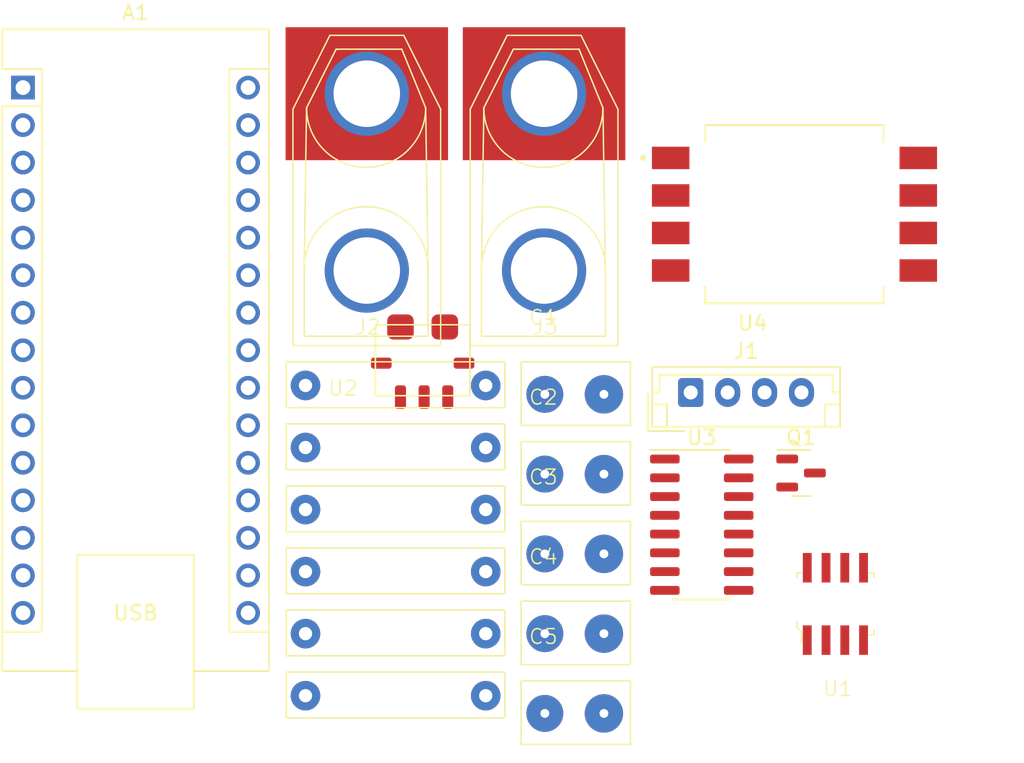
<source format=kicad_pcb>
(kicad_pcb (version 20221018) (generator pcbnew)
  (layers (0 "F.Cu" signal) (31 "B.Cu" signal) (34 "B.Paste" user) (35 "F.Paste" user) (36 "B.SilkS" user "B.Silkscreen") (37 "F.SilkS" user "F.Silkscreen") (38 "B.Mask" user) (39 "F.Mask" user) (44 "Edge.Cuts" user))
  (net 0 "")
  (net 4 "GND")
  (net 19 "Net-(A1-A0)")
  (net 20 "Net-(A1-A1)")
  (net 21 "Net-(A1-A2)")
  (net 25 "Net-(A1-A6)")
  (net 26 "Net-(A1-A7)")
  (net 27 "Net-(A1-+5V)")
  (net 30 "Net-(J1-Pin_4)")
  (net 31 "Net-(U3-VBG)")
  (net 32 "Net-(U3-INA-)")
  (net 33 "Net-(U3-INA+)")
  (net 34 "Net-(U1-+)")
  (net 35 "Net-(J1-Pin_1)")
  (net 36 "Net-(J1-Pin_2)")
  (net 37 "Net-(J2-Pos)")
  (net 38 "Net-(J3-Pos)")
  (net 39 "Net-(Q1-B)")
  (net 40 "Net-(U3-VFB)")
  (footprint "Userlib:Capacitor_4mm_diam_.6mm_pin" (layer "F.Cu") (at 182.99 146.99)
    (fp_text reference "C1" (at -2.1 -5.2 unlocked) (layer "F.SilkS") (effects (font (thickness 0.1))))
    (fp_text value "10u")
    (fp_rect (start -3.6 -2.2) (end 3.8 2.1) (stroke (width 0.1)) (fill none) (layer "F.SilkS"))
    (pad "1" thru_hole circle (at -2 0) (size 2.5 2.5) (drill 0.6) (layers "*.Cu" "*.Mask") (net 30 "Net-(J1-Pin_4)"))
    (pad "2" thru_hole circle (at 2 0) (size 2.6 2.6) (drill 0.6) (layers "*.Cu" "*.Mask") (net 4 "GND"))
  )
  (footprint "Userlib:R_1watt" (layer "F.Cu") (at 169.99 163.19)
    (fp_text reference "R5" hide)
    (fp_text value "20000" hide)
    (fp_rect (start -6.5 -1.6) (end 8.3 1.5) (stroke (width 0.1)) (fill none) (layer "F.SilkS"))
    (pad "1" thru_hole circle (at 7 0) (size 2 2) (drill 0.9) (layers "*.Cu" "*.Mask") (net 30 "Net-(J1-Pin_4)"))
    (pad "2" thru_hole circle (at -5.2 0) (size 2 2) (drill 0.9) (layers "*.Cu" "*.Mask") (net 40 "Net-(U3-VFB)"))
  )
  (footprint "Userlib:R_1watt" (layer "F.Cu") (at 169.99 146.39)
    (fp_text reference "R1" hide)
    (fp_text value "100" hide)
    (fp_rect (start -6.5 -1.6) (end 8.3 1.5) (stroke (width 0.1)) (fill none) (layer "F.SilkS"))
    (pad "1" thru_hole circle (at 7 0) (size 2 2) (drill 0.9) (layers "*.Cu" "*.Mask") (net 36 "Net-(J1-Pin_2)"))
    (pad "2" thru_hole circle (at -5.2 0) (size 2 2) (drill 0.9) (layers "*.Cu" "*.Mask") (net 32 "Net-(U3-INA-)"))
  )
  (footprint "Userlib:R_1watt" (layer "F.Cu") (at 169.99 158.99)
    (fp_text reference "R4" hide)
    (fp_text value "100" hide)
    (fp_rect (start -6.5 -1.6) (end 8.3 1.5) (stroke (width 0.1)) (fill none) (layer "F.SilkS"))
    (pad "1" thru_hole circle (at 7 0) (size 2 2) (drill 0.9) (layers "*.Cu" "*.Mask") (net 35 "Net-(J1-Pin_1)"))
    (pad "2" thru_hole circle (at -5.2 0) (size 2 2) (drill 0.9) (layers "*.Cu" "*.Mask") (net 33 "Net-(U3-INA+)"))
  )
  (footprint "Userlib:Capacitor_4mm_diam_.6mm_pin" (layer "F.Cu") (at 182.99 163.19)
    (fp_text reference "C4" (at -2.1 -5.2 unlocked) (layer "F.SilkS") (effects (font (thickness 0.1))))
    (fp_text value "10n")
    (fp_rect (start -3.6 -2.2) (end 3.8 2.1) (stroke (width 0.1)) (fill none) (layer "F.SilkS"))
    (pad "1" thru_hole circle (at -2 0) (size 2.5 2.5) (drill 0.6) (layers "*.Cu" "*.Mask") (net 34 "Net-(U1-+)"))
    (pad "2" thru_hole circle (at 2 0) (size 2.6 2.6) (drill 0.6) (layers "*.Cu" "*.Mask") (net 4 "GND"))
  )
  (footprint "Userlib:Capacitor_4mm_diam_.6mm_pin" (layer "F.Cu") (at 182.99 168.59)
    (fp_text reference "C5" (at -2.1 -5.2 unlocked) (layer "F.SilkS") (effects (font (thickness 0.1))))
    (fp_text value "10u")
    (fp_rect (start -3.6 -2.2) (end 3.8 2.1) (stroke (width 0.1)) (fill none) (layer "F.SilkS"))
    (pad "1" thru_hole circle (at -2 0) (size 2.5 2.5) (drill 0.6) (layers "*.Cu" "*.Mask") (net 27 "Net-(A1-+5V)"))
    (pad "2" thru_hole circle (at 2 0) (size 2.6 2.6) (drill 0.6) (layers "*.Cu" "*.Mask") (net 4 "GND"))
  )
  (footprint "Userlib:R_1watt" (layer "F.Cu") (at 169.99 154.79)
    (fp_text reference "R3" hide)
    (fp_text value "6000" hide)
    (fp_rect (start -6.5 -1.6) (end 8.3 1.5) (stroke (width 0.1)) (fill none) (layer "F.SilkS"))
    (pad "1" thru_hole circle (at 7 0) (size 2 2) (drill 0.9) (layers "*.Cu" "*.Mask") (net 34 "Net-(U1-+)"))
    (pad "2" thru_hole circle (at -5.2 0) (size 2 2) (drill 0.9) (layers "*.Cu" "*.Mask") (net 4 "GND"))
  )
  (footprint "Userlib:XT90_-F" (layer "F.Cu") (at 181.02 142.93)
    (fp_text reference "J3" (at 0 -0.5 unlocked) (layer "F.SilkS") (effects (font (thickness 0.1))))
    (fp_text value "XT90PW-F")
    (fp_line (start -5.08 -15.24) (end -2.58 -20.24) (stroke (width 0.1)) (layer "F.SilkS"))
    (fp_line (start -5.08 0.76) (end -5.08 -15.24) (stroke (width 0.1)) (layer "F.SilkS"))
    (fp_line (start -4.318 0.127) (end -4.319923 -4.445) (stroke (width 0.1)) (layer "F.SilkS"))
    (fp_line (start -4.158 -15.334) (end -4.319923 -4.445) (stroke (width 0.1)) (layer "F.SilkS"))
    (fp_line (start -4.158 -15.334) (end -2.159 -19.304) (stroke (width 0.1)) (layer "F.SilkS"))
    (fp_line (start -2.58 -20.24) (end 2.42 -20.24) (stroke (width 0.1)) (layer "F.SilkS"))
    (fp_line (start -2.159 -19.304) (end 2.286 -19.304) (stroke (width 0.1)) (layer "F.SilkS"))
    (fp_line (start 2.286 -19.304) (end 3.904 -15.334) (stroke (width 0.1)) (layer "F.SilkS"))
    (fp_line (start 2.42 -20.24) (end 4.92 -15.24) (stroke (width 0.1)) (layer "F.SilkS"))
    (fp_line (start 3.904 -15.334) (end 4.065923 -4.445) (stroke (width 0.1)) (layer "F.SilkS"))
    (fp_line (start 4.064 0.127) (end -4.318 0.127) (stroke (width 0.1)) (layer "F.SilkS"))
    (fp_line (start 4.065923 -4.445) (end 4.064 0.127) (stroke (width 0.1)) (layer "F.SilkS"))
    (fp_line (start 4.92 -15.24) (end 4.92 0.76) (stroke (width 0.1)) (layer "F.SilkS"))
    (fp_line (start 4.92 0.76) (end -5.08 0.76) (stroke (width 0.1)) (layer "F.SilkS"))
    (fp_arc (start -4.319923 -4.445) (mid -0.127 -8.637923) (end 4.065923 -4.445) (stroke (width 0.1)) (layer "F.SilkS"))
    (fp_arc (start 3.904 -15.334) (mid -0.127 -11.303) (end -4.158 -15.334) (stroke (width 0.1)) (layer "F.SilkS"))
    (pad "1" thru_hole circle (at -0.08 -4.32) (size 5.7 5.7) (drill 4.5) (layers "*.Cu" "*.Mask") (net 38 "Net-(J3-Pos)"))
    (pad "2" thru_hole circle (at -0.08 -16.29) (size 5.7 5.7) (drill 4.5) (layers "*.Cu" "*.Mask") (net 4 "GND"))
    (pad "2" smd custom (at -0.08 -16.29) (size 11 9) (layers "F.Cu" "F.Paste" "F.Mask") (net 4 "GND") (options (clearance outline) (anchor rect)) (primitives))
  )
  (footprint "Package_SO:SOP-16_3.9x9.9mm_P1.27mm" (layer "F.Cu") (at 191.615 155.815)
    (fp_text reference "U3" (at 0 -5.9) (layer "F.SilkS"))
    (fp_text value "HX711")
    (fp_line (start 0 -5.06) (end -3.5 -5.06) (stroke (width 0.12)) (layer "F.SilkS"))
    (fp_line (start 0 -5.06) (end 1.95 -5.06) (stroke (width 0.12)) (layer "F.SilkS"))
    (fp_line (start 0 5.06) (end -1.95 5.06) (stroke (width 0.12)) (layer "F.SilkS"))
    (fp_line (start 0 5.06) (end 1.95 5.06) (stroke (width 0.12)) (layer "F.SilkS"))
    (pad "1" smd roundrect (at -2.5 -4.445) (size 2 0.6) (layers "F.Cu" "F.Paste" "F.Mask") (net 27 "Net-(A1-+5V)"))
    (pad "2" smd roundrect (at -2.5 -3.175) (size 2 0.6) (layers "F.Cu" "F.Paste" "F.Mask") (net 39 "Net-(Q1-B)"))
    (pad "3" smd roundrect (at -2.5 -1.905) (size 2 0.6) (layers "F.Cu" "F.Paste" "F.Mask") (net 30 "Net-(J1-Pin_4)"))
    (pad "4" smd roundrect (at -2.5 -0.635) (size 2 0.6) (layers "F.Cu" "F.Paste" "F.Mask") (net 40 "Net-(U3-VFB)"))
    (pad "5" smd roundrect (at -2.5 0.635) (size 2 0.6) (layers "F.Cu" "F.Paste" "F.Mask") (net 4 "GND"))
    (pad "6" smd roundrect (at -2.5 1.905) (size 2 0.6) (layers "F.Cu" "F.Paste" "F.Mask") (net 31 "Net-(U3-VBG)"))
    (pad "7" smd roundrect (at -2.5 3.175) (size 2 0.6) (layers "F.Cu" "F.Paste" "F.Mask") (net 32 "Net-(U3-INA-)"))
    (pad "8" smd roundrect (at -2.5 4.445) (size 2 0.6) (layers "F.Cu" "F.Paste" "F.Mask") (net 33 "Net-(U3-INA+)"))
    (pad "9" smd roundrect (at 2.5 4.445) (size 2 0.6) (layers "F.Cu" "F.Paste" "F.Mask") (net 4 "GND"))
    (pad "10" smd roundrect (at 2.5 3.175) (size 2 0.6) (layers "F.Cu" "F.Paste" "F.Mask") (net 4 "GND"))
    (pad "11" smd roundrect (at 2.5 1.905) (size 2 0.6) (layers "F.Cu" "F.Paste" "F.Mask") (net 20 "Net-(A1-A1)"))
    (pad "12" smd roundrect (at 2.5 0.635) (size 2 0.6) (layers "F.Cu" "F.Paste" "F.Mask") (net 19 "Net-(A1-A0)"))
    (pad "13" smd roundrect (at 2.5 -0.635) (size 2 0.6) (layers "F.Cu" "F.Paste" "F.Mask"))
    (pad "14" smd roundrect (at 2.5 -1.905) (size 2 0.6) (layers "F.Cu" "F.Paste" "F.Mask") (net 4 "GND"))
    (pad "15" smd roundrect (at 2.5 -3.175) (size 2 0.6) (layers "F.Cu" "F.Paste" "F.Mask") (net 4 "GND"))
    (pad "16" smd roundrect (at 2.5 -4.445) (size 2 0.6) (layers "F.Cu" "F.Paste" "F.Mask") (net 27 "Net-(A1-+5V)"))
  )
  (footprint "Connector_JST:JST_EH_B4B-EH-A_1x04_P2.50mm_Vertical" (layer "F.Cu") (at 190.865 146.865)
    (fp_text reference "J1" (at 3.75 -2.8) (layer "F.SilkS"))
    (fp_text value "Conn_01x04_Pin")
    (fp_line (start -2.91 0.11) (end -2.91 2.61) (stroke (width 0.12)) (layer "F.SilkS"))
    (fp_line (start -2.91 2.61) (end -0.41 2.61) (stroke (width 0.12)) (layer "F.SilkS"))
    (fp_line (start -2.61 -1.71) (end -2.61 2.31) (stroke (width 0.12)) (layer "F.SilkS"))
    (fp_line (start -2.61 0) (end -2.11 0) (stroke (width 0.12)) (layer "F.SilkS"))
    (fp_line (start -2.61 0.81) (end -1.61 0.81) (stroke (width 0.12)) (layer "F.SilkS"))
    (fp_line (start -2.61 2.31) (end 10.11 2.31) (stroke (width 0.12)) (layer "F.SilkS"))
    (fp_line (start -2.11 -1.21) (end 9.61 -1.21) (stroke (width 0.12)) (layer "F.SilkS"))
    (fp_line (start -2.11 0) (end -2.11 -1.21) (stroke (width 0.12)) (layer "F.SilkS"))
    (fp_line (start -1.61 0.81) (end -1.61 2.31) (stroke (width 0.12)) (layer "F.SilkS"))
    (fp_line (start 9.11 0.81) (end 9.11 2.31) (stroke (width 0.12)) (layer "F.SilkS"))
    (fp_line (start 9.61 -1.21) (end 9.61 0) (stroke (width 0.12)) (layer "F.SilkS"))
    (fp_line (start 9.61 0) (end 10.11 0) (stroke (width 0.12)) (layer "F.SilkS"))
    (fp_line (start 10.11 -1.71) (end -2.61 -1.71) (stroke (width 0.12)) (layer "F.SilkS"))
    (fp_line (start 10.11 0.81) (end 9.11 0.81) (stroke (width 0.12)) (layer "F.SilkS"))
    (fp_line (start 10.11 2.31) (end 10.11 -1.71) (stroke (width 0.12)) (layer "F.SilkS"))
    (pad "1" thru_hole roundrect (at 0 0) (size 1.7 1.95) (drill 0.95) (layers "*.Cu" "*.Mask") (roundrect_rratio 0.147059) (net 35 "Net-(J1-Pin_1)"))
    (pad "2" thru_hole oval (at 2.5 0) (size 1.7 1.95) (drill 0.95) (layers "*.Cu" "*.Mask") (net 36 "Net-(J1-Pin_2)"))
    (pad "3" thru_hole oval (at 5 0) (size 1.7 1.95) (drill 0.95) (layers "*.Cu" "*.Mask") (net 4 "GND"))
    (pad "4" thru_hole oval (at 7.5 0) (size 1.7 1.95) (drill 0.95) (layers "*.Cu" "*.Mask") (net 30 "Net-(J1-Pin_4)"))
  )
  (footprint "Userlib:Capacitor_4mm_diam_.6mm_pin" (layer "F.Cu") (at 182.99 152.39)
    (fp_text reference "C2" (at -2.1 -5.2 unlocked) (layer "F.SilkS") (effects (font (thickness 0.1))))
    (fp_text value "1u")
    (fp_rect (start -3.6 -2.2) (end 3.8 2.1) (stroke (width 0.1)) (fill none) (layer "F.SilkS"))
    (pad "1" thru_hole circle (at -2 0) (size 2.5 2.5) (drill 0.6) (layers "*.Cu" "*.Mask") (net 4 "GND"))
    (pad "2" thru_hole circle (at 2 0) (size 2.6 2.6) (drill 0.6) (layers "*.Cu" "*.Mask") (net 31 "Net-(U3-VBG)"))
  )
  (footprint "Package_TO_SOT_SMD:SOT-23" (layer "F.Cu") (at 198.335 152.315)
    (fp_text reference "Q1" (at 0 -2.4) (layer "F.SilkS"))
    (fp_text value "S8550 2TY DNP SOT-23 SMD 0.5A 40V")
    (fp_line (start 0 -1.56) (end -1.675 -1.56) (stroke (width 0.12)) (layer "F.SilkS"))
    (fp_line (start 0 -1.56) (end 0.65 -1.56) (stroke (width 0.12)) (layer "F.SilkS"))
    (fp_line (start 0 1.56) (end -0.65 1.56) (stroke (width 0.12)) (layer "F.SilkS"))
    (fp_line (start 0 1.56) (end 0.65 1.56) (stroke (width 0.12)) (layer "F.SilkS"))
    (pad "1" smd roundrect (at -0.9375 -0.95) (size 1.475 0.6) (layers "F.Cu" "F.Paste" "F.Mask") (net 30 "Net-(J1-Pin_4)"))
    (pad "2" smd roundrect (at -0.9375 0.95) (size 1.475 0.6) (layers "F.Cu" "F.Paste" "F.Mask") (net 39 "Net-(Q1-B)"))
    (pad "3" smd roundrect (at 0.9375 0) (size 1.475 0.6) (layers "F.Cu" "F.Paste" "F.Mask") (net 27 "Net-(A1-+5V)"))
  )
  (footprint "Userlib:Capacitor_4mm_diam_.6mm_pin" (layer "F.Cu") (at 182.99 157.79)
    (fp_text reference "C3" (at -2.1 -5.2 unlocked) (layer "F.SilkS") (effects (font (thickness 0.1))))
    (fp_text value "1u")
    (fp_rect (start -3.6 -2.2) (end 3.8 2.1) (stroke (width 0.1)) (fill none) (layer "F.SilkS"))
    (pad "1" thru_hole circle (at -2 0) (size 2.5 2.5) (drill 0.6) (layers "*.Cu" "*.Mask") (net 32 "Net-(U3-INA-)"))
    (pad "2" thru_hole circle (at 2 0) (size 2.6 2.6) (drill 0.6) (layers "*.Cu" "*.Mask") (net 33 "Net-(U3-INA+)"))
  )
  (footprint "Userlib:LM741" (layer "F.Cu") (at 200.82 167.4175)
    (fp_text reference "U1" (at 0 -0.5 unlocked) (layer "F.SilkS") (effects (font (thickness 0.1))))
    (fp_text value "LM741")
    (fp_line (start -2.76 -8.34) (end -2.76 -8.04) (stroke (width 0.1)) (layer "F.SilkS"))
    (fp_line (start -2.76 -5.04) (end -2.76 -4.64) (stroke (width 0.1)) (layer "F.SilkS"))
    (fp_line (start -2.76 -4.64) (end -2.46 -4.34) (stroke (width 0.1)) (layer "F.SilkS"))
    (fp_line (start -2.46 -8.34) (end -2.76 -8.34) (stroke (width 0.1)) (layer "F.SilkS"))
    (fp_line (start -2.46 -4.34) (end -2.46 -3.54) (stroke (width 0.1)) (layer "F.SilkS"))
    (fp_line (start 2.14 -8.34) (end 2.44 -8.34) (stroke (width 0.1)) (layer "F.SilkS"))
    (fp_line (start 2.14 -4.14) (end 2.44 -4.14) (stroke (width 0.1)) (layer "F.SilkS"))
    (fp_line (start 2.44 -8.34) (end 2.44 -8.04) (stroke (width 0.1)) (layer "F.SilkS"))
    (fp_line (start 2.44 -4.14) (end 2.44 -4.44) (stroke (width 0.1)) (layer "F.SilkS"))
    (pad "1" smd rect (at -2.065 -3.79) (size 0.6 2) (layers "F.Cu" "F.Paste" "F.Mask"))
    (pad "2" smd rect (at -0.795 -3.79) (size 0.6 2) (layers "F.Cu" "F.Paste" "F.Mask") (net 25 "Net-(A1-A6)"))
    (pad "3" smd rect (at 0.475 -3.79) (size 0.6 2) (layers "F.Cu" "F.Paste" "F.Mask") (net 34 "Net-(U1-+)"))
    (pad "4" smd rect (at 1.745 -3.79) (size 0.6 2) (layers "F.Cu" "F.Paste" "F.Mask"))
    (pad "5" smd rect (at 1.745 -8.69) (size 0.6 2) (layers "F.Cu" "F.Paste" "F.Mask"))
    (pad "6" smd rect (at 0.475 -8.69) (size 0.6 2) (layers "F.Cu" "F.Paste" "F.Mask") (net 25 "Net-(A1-A6)"))
    (pad "7" smd rect (at -0.795 -8.69) (size 0.6 2) (layers "F.Cu" "F.Paste" "F.Mask"))
    (pad "8" smd rect (at -2.065 -8.69) (size 0.6 2) (layers "F.Cu" "F.Paste" "F.Mask"))
  )
  (footprint "Userlib:R_1watt" (layer "F.Cu") (at 169.99 167.39)
    (fp_text reference "R6" hide)
    (fp_text value "7500" hide)
    (fp_rect (start -6.5 -1.6) (end 8.3 1.5) (stroke (width 0.1)) (fill none) (layer "F.SilkS"))
    (pad "1" thru_hole circle (at 7 0) (size 2 2) (drill 0.9) (layers "*.Cu" "*.Mask") (net 40 "Net-(U3-VFB)"))
    (pad "2" thru_hole circle (at -5.2 0) (size 2 2) (drill 0.9) (layers "*.Cu" "*.Mask") (net 4 "GND"))
  )
  (footprint "Userlib:R_1watt" (layer "F.Cu") (at 169.99 150.59)
    (fp_text reference "R2" hide)
    (fp_text value "30000" hide)
    (fp_rect (start -6.5 -1.6) (end 8.3 1.5) (stroke (width 0.1)) (fill none) (layer "F.SilkS"))
    (pad "1" thru_hole circle (at 7 0) (size 2 2) (drill 0.9) (layers "*.Cu" "*.Mask") (net 38 "Net-(J3-Pos)"))
    (pad "2" thru_hole circle (at -5.2 0) (size 2 2) (drill 0.9) (layers "*.Cu" "*.Mask") (net 34 "Net-(U1-+)"))
  )
  (footprint "Userlib:ACS781LLRTR-100U-T" (layer "F.Cu") (at 169.52 147.08)
    (fp_text reference "U2" (at -2.2 -0.5 unlocked) (layer "F.SilkS") (effects (font (thickness 0.1))))
    (fp_text value "~")
    (fp_rect (start 0 0) (end 6.4 -4.8) (stroke (width 0.1)) (fill none) (layer "F.SilkS"))
    (fp_rect (start 0 0) (end 6.4 -4.8) (stroke (width 0.1)) (fill none) (layer "F.SilkS"))
    (pad "1" smd roundrect (at 1.7 0.1) (size 0.75 1.6) (layers "F.Cu" "F.Paste" "F.Mask") (net 27 "Net-(A1-+5V)"))
    (pad "2" smd roundrect (at 3.3 0.1) (size 0.75 1.6) (layers "F.Cu" "F.Paste" "F.Mask") (net 4 "GND"))
    (pad "3" smd roundrect (at 4.9 0.1) (size 0.75 1.6) (layers "F.Cu" "F.Paste" "F.Mask") (net 26 "Net-(A1-A7)"))
    (pad "4" smd roundrect (at 6 -2.2) (size 1.4 0.75) (layers "F.Cu" "F.Paste" "F.Mask") (net 4 "GND"))
    (pad "5" smd roundrect (at 4.7 -4.65) (size 1.8 1.7) (layers "F.Cu" "F.Paste" "F.Mask") (net 38 "Net-(J3-Pos)"))
    (pad "6" smd roundrect (at 1.7 -4.65) (size 1.8 1.7) (layers "F.Cu" "F.Paste" "F.Mask") (net 37 "Net-(J2-Pos)"))
    (pad "7" smd roundrect (at 0.4 -2.2) (size 1.4 0.75) (layers "F.Cu" "F.Paste" "F.Mask") (net 4 "GND"))
  )
  (footprint "Userlib:XDCR_MPXV7002DP" (layer "F.Cu") (at 197.89 134.7975)
    (fp_text reference "U4" (at -2.825 7.365) (layer "F.SilkS"))
    (fp_text value "MPXV7002DP")
    (fp_line (start -6.0325 -6.0325) (end 6.0325 -6.0325) (stroke (width 0.127)) (layer "F.SilkS"))
    (fp_line (start -6.0325 6.0325) (end 6.0325 6.0325) (stroke (width 0.127)) (layer "F.SilkS"))
    (fp_line (start -6.03 -4.89) (end -6.0325 -6.0325) (stroke (width 0.127)) (layer "F.SilkS"))
    (fp_line (start -6.03 4.89) (end -6.0325 6.0325) (stroke (width 0.127)) (layer "F.SilkS"))
    (fp_line (start 6.0325 -6.0325) (end 6.03 -4.89) (stroke (width 0.127)) (layer "F.SilkS"))
    (fp_line (start 6.0325 6.0325) (end 6.03 4.89) (stroke (width 0.127)) (layer "F.SilkS"))
    (fp_circle (center -10.25 -3.81) (end -10.15 -3.81) (stroke (width 0.2)) (fill none) (layer "F.SilkS"))
    (pad "1" smd rect (at -8.38 -3.81) (size 2.54 1.52) (layers "F.Cu" "F.Paste" "F.Mask"))
    (pad "2" smd rect (at -8.38 -1.27) (size 2.54 1.52) (layers "F.Cu" "F.Paste" "F.Mask") (net 27 "Net-(A1-+5V)"))
    (pad "3" smd rect (at -8.38 1.27) (size 2.54 1.52) (layers "F.Cu" "F.Paste" "F.Mask") (net 4 "GND"))
    (pad "4" smd rect (at -8.38 3.81) (size 2.54 1.52) (layers "F.Cu" "F.Paste" "F.Mask") (net 21 "Net-(A1-A2)"))
    (pad "5" smd rect (at 8.38 3.81) (size 2.54 1.52) (layers "F.Cu" "F.Paste" "F.Mask"))
    (pad "6" smd rect (at 8.38 1.27) (size 2.54 1.52) (layers "F.Cu" "F.Paste" "F.Mask"))
    (pad "7" smd rect (at 8.38 -1.27) (size 2.54 1.52) (layers "F.Cu" "F.Paste" "F.Mask"))
    (pad "8" smd rect (at 8.38 -3.81) (size 2.54 1.52) (layers "F.Cu" "F.Paste" "F.Mask"))
  )
  (footprint "Module:Arduino_Nano" (layer "F.Cu") (at 145.665 126.225)
    (fp_text reference "A1" (at 7.62 -5.08) (layer "F.SilkS"))
    (fp_text value "Arduino_Nano_v2.x")
    (fp_text user "USB" (at 7.62 35.56 unlocked) (layer "F.SilkS"))
    (fp_line (start -1.4 -3.94) (end -1.4 -1.27) (stroke (width 0.12)) (layer "F.SilkS"))
    (fp_line (start -1.4 1.27) (end -1.4 39.5) (stroke (width 0.12)) (layer "F.SilkS"))
    (fp_line (start -1.4 39.5) (end 3.68 39.5) (stroke (width 0.12)) (layer "F.SilkS"))
    (fp_line (start 1.27 -1.27) (end -1.4 -1.27) (stroke (width 0.12)) (layer "F.SilkS"))
    (fp_line (start 1.27 1.27) (end -1.4 1.27) (stroke (width 0.12)) (layer "F.SilkS"))
    (fp_line (start 1.27 1.27) (end 1.27 -1.27) (stroke (width 0.12)) (layer "F.SilkS"))
    (fp_line (start 1.27 1.27) (end 1.27 36.83) (stroke (width 0.12)) (layer "F.SilkS"))
    (fp_line (start 1.27 36.83) (end -1.4 36.83) (stroke (width 0.12)) (layer "F.SilkS"))
    (fp_line (start 3.68 31.62) (end 11.56 31.62) (stroke (width 0.12)) (layer "F.SilkS"))
    (fp_line (start 3.68 42.04) (end 3.68 31.62) (stroke (width 0.12)) (layer "F.SilkS"))
    (fp_line (start 11.56 31.62) (end 11.56 42.04) (stroke (width 0.12)) (layer "F.SilkS"))
    (fp_line (start 11.56 42.04) (end 3.68 42.04) (stroke (width 0.12)) (layer "F.SilkS"))
    (fp_line (start 13.97 -1.27) (end 13.97 36.83) (stroke (width 0.12)) (layer "F.SilkS"))
    (fp_line (start 13.97 -1.27) (end 16.64 -1.27) (stroke (width 0.12)) (layer "F.SilkS"))
    (fp_line (start 13.97 36.83) (end 16.64 36.83) (stroke (width 0.12)) (layer "F.SilkS"))
    (fp_line (start 16.64 -3.94) (end -1.4 -3.94) (stroke (width 0.12)) (layer "F.SilkS"))
    (fp_line (start 16.64 39.5) (end 11.56 39.5) (stroke (width 0.12)) (layer "F.SilkS"))
    (fp_line (start 16.64 39.5) (end 16.64 -3.94) (stroke (width 0.12)) (layer "F.SilkS"))
    (pad "1" thru_hole rect (at 0 0) (size 1.6 1.6) (drill 1) (layers "*.Cu" "*.Mask"))
    (pad "2" thru_hole oval (at 0 2.54) (size 1.6 1.6) (drill 1) (layers "*.Cu" "*.Mask"))
    (pad "3" thru_hole oval (at 0 5.08) (size 1.6 1.6) (drill 1) (layers "*.Cu" "*.Mask"))
    (pad "4" thru_hole oval (at 0 7.62) (size 1.6 1.6) (drill 1) (layers "*.Cu" "*.Mask") (net 4 "GND"))
    (pad "5" thru_hole oval (at 0 10.16) (size 1.6 1.6) (drill 1) (layers "*.Cu" "*.Mask"))
    (pad "6" thru_hole oval (at 0 12.7) (size 1.6 1.6) (drill 1) (layers "*.Cu" "*.Mask"))
    (pad "7" thru_hole oval (at 0 15.24) (size 1.6 1.6) (drill 1) (layers "*.Cu" "*.Mask"))
    (pad "8" thru_hole oval (at 0 17.78) (size 1.6 1.6) (drill 1) (layers "*.Cu" "*.Mask"))
    (pad "9" thru_hole oval (at 0 20.32) (size 1.6 1.6) (drill 1) (layers "*.Cu" "*.Mask"))
    (pad "10" thru_hole oval (at 0 22.86) (size 1.6 1.6) (drill 1) (layers "*.Cu" "*.Mask"))
    (pad "11" thru_hole oval (at 0 25.4) (size 1.6 1.6) (drill 1) (layers "*.Cu" "*.Mask"))
    (pad "12" thru_hole oval (at 0 27.94) (size 1.6 1.6) (drill 1) (layers "*.Cu" "*.Mask"))
    (pad "13" thru_hole oval (at 0 30.48) (size 1.6 1.6) (drill 1) (layers "*.Cu" "*.Mask"))
    (pad "14" thru_hole oval (at 0 33.02) (size 1.6 1.6) (drill 1) (layers "*.Cu" "*.Mask"))
    (pad "15" thru_hole oval (at 0 35.56) (size 1.6 1.6) (drill 1) (layers "*.Cu" "*.Mask"))
    (pad "16" thru_hole oval (at 15.24 35.56) (size 1.6 1.6) (drill 1) (layers "*.Cu" "*.Mask"))
    (pad "17" thru_hole oval (at 15.24 33.02) (size 1.6 1.6) (drill 1) (layers "*.Cu" "*.Mask"))
    (pad "18" thru_hole oval (at 15.24 30.48) (size 1.6 1.6) (drill 1) (layers "*.Cu" "*.Mask"))
    (pad "19" thru_hole oval (at 15.24 27.94) (size 1.6 1.6) (drill 1) (layers "*.Cu" "*.Mask") (net 19 "Net-(A1-A0)"))
    (pad "20" thru_hole oval (at 15.24 25.4) (size 1.6 1.6) (drill 1) (layers "*.Cu" "*.Mask") (net 20 "Net-(A1-A1)"))
    (pad "21" thru_hole oval (at 15.24 22.86) (size 1.6 1.6) (drill 1) (layers "*.Cu" "*.Mask") (net 21 "Net-(A1-A2)"))
    (pad "22" thru_hole oval (at 15.24 20.32) (size 1.6 1.6) (drill 1) (layers "*.Cu" "*.Mask"))
    (pad "23" thru_hole oval (at 15.24 17.78) (size 1.6 1.6) (drill 1) (layers "*.Cu" "*.Mask"))
    (pad "24" thru_hole oval (at 15.24 15.24) (size 1.6 1.6) (drill 1) (layers "*.Cu" "*.Mask"))
    (pad "25" thru_hole oval (at 15.24 12.7) (size 1.6 1.6) (drill 1) (layers "*.Cu" "*.Mask") (net 25 "Net-(A1-A6)"))
    (pad "26" thru_hole oval (at 15.24 10.16) (size 1.6 1.6) (drill 1) (layers "*.Cu" "*.Mask") (net 26 "Net-(A1-A7)"))
    (pad "27" thru_hole oval (at 15.24 7.62) (size 1.6 1.6) (drill 1) (layers "*.Cu" "*.Mask") (net 27 "Net-(A1-+5V)"))
    (pad "28" thru_hole oval (at 15.24 5.08) (size 1.6 1.6) (drill 1) (layers "*.Cu" "*.Mask"))
    (pad "29" thru_hole oval (at 15.24 2.54) (size 1.6 1.6) (drill 1) (layers "*.Cu" "*.Mask") (net 4 "GND"))
    (pad "30" thru_hole oval (at 15.24 0) (size 1.6 1.6) (drill 1) (layers "*.Cu" "*.Mask"))
  )
  (footprint "Userlib:XT90_-F" (layer "F.Cu") (at 169.02 142.93)
    (fp_text reference "J2" (at 0 -0.5 unlocked) (layer "F.SilkS") (effects (font (thickness 0.1))))
    (fp_text value "XT90PW-F")
    (fp_line (start -5.08 -15.24) (end -2.58 -20.24) (stroke (width 0.1)) (layer "F.SilkS"))
    (fp_line (start -5.08 0.76) (end -5.08 -15.24) (stroke (width 0.1)) (layer "F.SilkS"))
    (fp_line (start -4.318 0.127) (end -4.319923 -4.445) (stroke (width 0.1)) (layer "F.SilkS"))
    (fp_line (start -4.158 -15.334) (end -4.319923 -4.445) (stroke (width 0.1)) (layer "F.SilkS"))
    (fp_line (start -4.158 -15.334) (end -2.159 -19.304) (stroke (width 0.1)) (layer "F.SilkS"))
    (fp_line (start -2.58 -20.24) (end 2.42 -20.24) (stroke (width 0.1)) (layer "F.SilkS"))
    (fp_line (start -2.159 -19.304) (end 2.286 -19.304) (stroke (width 0.1)) (layer "F.SilkS"))
    (fp_line (start 2.286 -19.304) (end 3.904 -15.334) (stroke (width 0.1)) (layer "F.SilkS"))
    (fp_line (start 2.42 -20.24) (end 4.92 -15.24) (stroke (width 0.1)) (layer "F.SilkS"))
    (fp_line (start 3.904 -15.334) (end 4.065923 -4.445) (stroke (width 0.1)) (layer "F.SilkS"))
    (fp_line (start 4.064 0.127) (end -4.318 0.127) (stroke (width 0.1)) (layer "F.SilkS"))
    (fp_line (start 4.065923 -4.445) (end 4.064 0.127) (stroke (width 0.1)) (layer "F.SilkS"))
    (fp_line (start 4.92 -15.24) (end 4.92 0.76) (stroke (width 0.1)) (layer "F.SilkS"))
    (fp_line (start 4.92 0.76) (end -5.08 0.76) (stroke (width 0.1)) (layer "F.SilkS"))
    (fp_arc (start -4.319923 -4.445) (mid -0.127 -8.637923) (end 4.065923 -4.445) (stroke (width 0.1)) (layer "F.SilkS"))
    (fp_arc (start 3.904 -15.334) (mid -0.127 -11.303) (end -4.158 -15.334) (stroke (width 0.1)) (layer "F.SilkS"))
    (pad "1" thru_hole circle (at -0.08 -4.32) (size 5.7 5.7) (drill 4.5) (layers "*.Cu" "*.Mask") (net 37 "Net-(J2-Pos)"))
    (pad "2" thru_hole circle (at -0.08 -16.29) (size 5.7 5.7) (drill 4.5) (layers "*.Cu" "*.Mask") (net 4 "GND"))
    (pad "2" smd custom (at -0.08 -16.29) (size 11 9) (layers "F.Cu" "F.Paste" "F.Mask") (net 4 "GND") (options (clearance outline) (anchor rect)) (primitives))
  )
)
</source>
